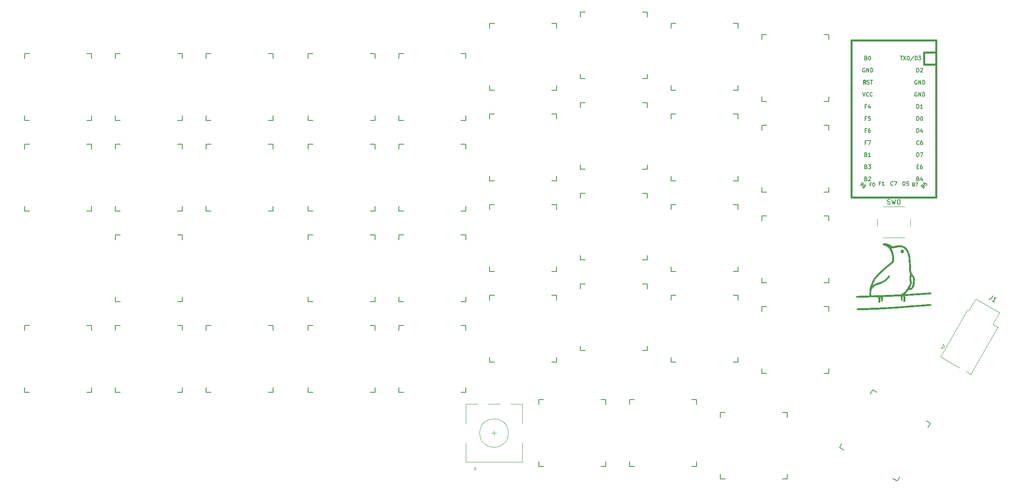
<source format=gbr>
%TF.GenerationSoftware,KiCad,Pcbnew,(5.1.9-0-10_14)*%
%TF.CreationDate,2021-04-25T18:42:27-05:00*%
%TF.ProjectId,wren-nav,7772656e-2d6e-4617-962e-6b696361645f,rev?*%
%TF.SameCoordinates,Original*%
%TF.FileFunction,Legend,Top*%
%TF.FilePolarity,Positive*%
%FSLAX46Y46*%
G04 Gerber Fmt 4.6, Leading zero omitted, Abs format (unit mm)*
G04 Created by KiCad (PCBNEW (5.1.9-0-10_14)) date 2021-04-25 18:42:27*
%MOMM*%
%LPD*%
G01*
G04 APERTURE LIST*
%ADD10C,0.010000*%
%ADD11C,0.381000*%
%ADD12C,0.150000*%
%ADD13C,0.120000*%
G04 APERTURE END LIST*
D10*
%TO.C,G\u002A\u002A\u002A*%
G36*
X243120703Y-70714347D02*
G01*
X243179873Y-70733749D01*
X243305406Y-70824822D01*
X243372759Y-70954498D01*
X243380886Y-71099163D01*
X243328744Y-71235208D01*
X243215287Y-71339022D01*
X243206845Y-71343536D01*
X243103152Y-71391649D01*
X243029931Y-71398916D01*
X242944143Y-71366487D01*
X242913834Y-71351374D01*
X242790795Y-71253094D01*
X242730932Y-71128654D01*
X242726859Y-70995206D01*
X242771187Y-70869900D01*
X242856529Y-70769888D01*
X242975497Y-70712320D01*
X243120703Y-70714347D01*
G37*
X243120703Y-70714347D02*
X243179873Y-70733749D01*
X243305406Y-70824822D01*
X243372759Y-70954498D01*
X243380886Y-71099163D01*
X243328744Y-71235208D01*
X243215287Y-71339022D01*
X243206845Y-71343536D01*
X243103152Y-71391649D01*
X243029931Y-71398916D01*
X242944143Y-71366487D01*
X242913834Y-71351374D01*
X242790795Y-71253094D01*
X242730932Y-71128654D01*
X242726859Y-70995206D01*
X242771187Y-70869900D01*
X242856529Y-70769888D01*
X242975497Y-70712320D01*
X243120703Y-70714347D01*
G36*
X239481311Y-69379606D02*
G01*
X239538174Y-69382175D01*
X239679855Y-69390166D01*
X239794314Y-69402675D01*
X239899282Y-69425624D01*
X240012486Y-69464939D01*
X240151656Y-69526542D01*
X240334522Y-69616357D01*
X240519175Y-69709951D01*
X241128268Y-70019946D01*
X241625129Y-69906646D01*
X242064847Y-69824023D01*
X242450283Y-69792887D01*
X242796121Y-69815616D01*
X243117047Y-69894586D01*
X243427746Y-70032176D01*
X243742904Y-70230762D01*
X243776317Y-70254859D01*
X243995294Y-70460457D01*
X244197308Y-70742895D01*
X244378681Y-71095394D01*
X244535730Y-71511175D01*
X244624033Y-71816049D01*
X244684380Y-72105211D01*
X244737010Y-72474770D01*
X244781552Y-72920779D01*
X244817634Y-73439286D01*
X244844886Y-74026344D01*
X244852114Y-74242183D01*
X244862755Y-74581306D01*
X244872378Y-74847400D01*
X244882197Y-75052077D01*
X244893429Y-75206945D01*
X244907288Y-75323614D01*
X244924990Y-75413694D01*
X244947750Y-75488794D01*
X244976782Y-75560525D01*
X244994131Y-75598974D01*
X245082426Y-75758656D01*
X245202215Y-75934726D01*
X245304652Y-76062212D01*
X245468910Y-76263557D01*
X245578877Y-76446970D01*
X245644004Y-76638692D01*
X245673745Y-76864965D01*
X245678309Y-77099583D01*
X245656645Y-77473817D01*
X245602311Y-77844976D01*
X245520031Y-78193612D01*
X245414527Y-78500281D01*
X245290521Y-78745535D01*
X245271511Y-78774513D01*
X245136004Y-78940875D01*
X244992253Y-79037445D01*
X244814538Y-79077273D01*
X244671331Y-79079020D01*
X244404313Y-79068791D01*
X244103785Y-79445144D01*
X243968790Y-79609430D01*
X243838566Y-79759614D01*
X243730091Y-79876549D01*
X243672380Y-79931624D01*
X243541503Y-80041750D01*
X243745835Y-80041677D01*
X243851409Y-80038720D01*
X244032206Y-80030285D01*
X244279000Y-80016958D01*
X244582564Y-79999325D01*
X244933674Y-79977970D01*
X245323102Y-79953480D01*
X245741622Y-79926440D01*
X246180008Y-79897435D01*
X246629034Y-79867050D01*
X247079475Y-79835872D01*
X247522103Y-79804486D01*
X247793987Y-79784782D01*
X248108724Y-79762704D01*
X248397562Y-79744239D01*
X248649270Y-79729963D01*
X248852618Y-79720450D01*
X248996374Y-79716276D01*
X249069308Y-79718017D01*
X249074571Y-79719186D01*
X249120581Y-79775162D01*
X249134755Y-79867476D01*
X249114643Y-79953068D01*
X249089447Y-79980857D01*
X249035857Y-79991156D01*
X248905514Y-80006055D01*
X248706172Y-80024971D01*
X248445586Y-80047321D01*
X248131510Y-80072522D01*
X247771699Y-80099991D01*
X247373908Y-80129145D01*
X246945890Y-80159401D01*
X246495400Y-80190176D01*
X246030193Y-80220887D01*
X245558024Y-80250952D01*
X245220166Y-80271745D01*
X244905972Y-80291088D01*
X244604102Y-80310227D01*
X244329724Y-80328157D01*
X244098004Y-80343875D01*
X243924111Y-80356376D01*
X243839966Y-80363108D01*
X243560433Y-80387760D01*
X243622280Y-80564005D01*
X243656002Y-80715754D01*
X243675678Y-80918183D01*
X243680591Y-81138363D01*
X243670024Y-81343365D01*
X243643263Y-81500257D01*
X243642684Y-81502250D01*
X243599560Y-81594443D01*
X243525369Y-81627167D01*
X243481454Y-81629250D01*
X243357500Y-81629250D01*
X243357284Y-81163583D01*
X243346629Y-80866224D01*
X243315735Y-80636944D01*
X243265753Y-80479768D01*
X243197835Y-80398717D01*
X243136048Y-80390256D01*
X243080302Y-80431488D01*
X243076232Y-80467597D01*
X243085958Y-80536909D01*
X243098166Y-80665671D01*
X243110543Y-80828805D01*
X243113087Y-80867250D01*
X243121656Y-81043040D01*
X243117536Y-81158095D01*
X243097284Y-81235838D01*
X243057458Y-81299694D01*
X243047757Y-81311750D01*
X242976787Y-81381306D01*
X242916989Y-81387180D01*
X242883902Y-81370673D01*
X242843504Y-81330520D01*
X242818709Y-81258148D01*
X242805396Y-81134770D01*
X242800302Y-80989673D01*
X242791044Y-80812236D01*
X242772961Y-80653007D01*
X242749738Y-80543190D01*
X242746543Y-80534195D01*
X242699648Y-80412807D01*
X242308907Y-80440006D01*
X242196451Y-80446763D01*
X242016103Y-80456301D01*
X241779844Y-80468082D01*
X241499651Y-80481569D01*
X241187505Y-80496223D01*
X240855385Y-80511505D01*
X240515271Y-80526879D01*
X240179142Y-80541806D01*
X239858976Y-80555747D01*
X239566755Y-80568165D01*
X239314456Y-80578522D01*
X239114060Y-80586280D01*
X238977546Y-80590901D01*
X238925243Y-80591983D01*
X238881841Y-80599471D01*
X238876817Y-80636461D01*
X238908902Y-80725007D01*
X238916523Y-80743350D01*
X238953983Y-80881777D01*
X238970410Y-81048856D01*
X238966988Y-81219594D01*
X238944903Y-81369002D01*
X238905340Y-81472087D01*
X238880750Y-81497614D01*
X238787371Y-81528941D01*
X238720888Y-81486280D01*
X238679612Y-81367046D01*
X238661851Y-81168651D01*
X238661684Y-81162285D01*
X238638231Y-80913164D01*
X238583181Y-80732327D01*
X238498496Y-80624024D01*
X238398883Y-80592083D01*
X238322696Y-80602895D01*
X238313564Y-80645501D01*
X238321255Y-80666166D01*
X238401690Y-80910287D01*
X238444145Y-81163580D01*
X238447811Y-81403761D01*
X238411880Y-81608547D01*
X238359675Y-81723659D01*
X238296375Y-81801583D01*
X238236235Y-81811523D01*
X238172677Y-81778937D01*
X238141125Y-81736873D01*
X238121422Y-81649466D01*
X238111480Y-81502472D01*
X238109177Y-81345668D01*
X238100936Y-81098858D01*
X238076092Y-80917675D01*
X238035130Y-80790502D01*
X237962094Y-80629089D01*
X236553463Y-80663502D01*
X236164252Y-80672304D01*
X235756210Y-80680274D01*
X235349128Y-80687113D01*
X234962797Y-80692522D01*
X234617008Y-80696203D01*
X234331551Y-80697855D01*
X234277000Y-80697916D01*
X233409166Y-80697916D01*
X233395748Y-80581259D01*
X233404409Y-80483618D01*
X233439234Y-80442765D01*
X233494176Y-80436488D01*
X233623156Y-80428961D01*
X233815562Y-80420583D01*
X234060780Y-80411752D01*
X234348198Y-80402864D01*
X234667205Y-80394319D01*
X234844413Y-80390089D01*
X236192687Y-80359250D01*
X236185076Y-79884775D01*
X236187302Y-79838861D01*
X236493639Y-79838861D01*
X236503244Y-80058633D01*
X236530525Y-80350684D01*
X237446345Y-80322671D01*
X237754407Y-80312910D01*
X238121914Y-80300719D01*
X238523709Y-80286967D01*
X238934636Y-80272521D01*
X239329537Y-80258250D01*
X239547500Y-80250163D01*
X239935952Y-80234990D01*
X240369322Y-80217067D01*
X240818745Y-80197653D01*
X241255362Y-80178006D01*
X241650309Y-80159387D01*
X241819241Y-80151051D01*
X242151305Y-80134077D01*
X242410226Y-80119601D01*
X242607431Y-80106122D01*
X242754352Y-80092139D01*
X242862414Y-80076153D01*
X242943049Y-80056661D01*
X243007684Y-80032164D01*
X243067749Y-80001161D01*
X243099266Y-79982969D01*
X243327416Y-79818504D01*
X243572186Y-79586933D01*
X243822304Y-79301087D01*
X244066499Y-78973800D01*
X244204014Y-78758998D01*
X244606333Y-78758998D01*
X244643510Y-78767426D01*
X244735447Y-78765640D01*
X244760877Y-78763722D01*
X244912523Y-78719413D01*
X244993564Y-78644750D01*
X245087557Y-78476434D01*
X245173379Y-78247132D01*
X245247839Y-77976125D01*
X245307747Y-77682693D01*
X245349913Y-77386118D01*
X245371147Y-77105679D01*
X245368257Y-76860658D01*
X245338055Y-76670334D01*
X245326197Y-76634435D01*
X245279699Y-76544844D01*
X245205718Y-76433172D01*
X245121478Y-76321912D01*
X245044204Y-76233555D01*
X244991120Y-76190593D01*
X244985394Y-76189416D01*
X244965213Y-76227974D01*
X244939395Y-76329903D01*
X244912991Y-76474585D01*
X244908848Y-76501683D01*
X244886173Y-76693275D01*
X244886246Y-76840675D01*
X244910262Y-76981567D01*
X244925970Y-77041433D01*
X244987180Y-77293458D01*
X245014241Y-77510328D01*
X245004562Y-77714462D01*
X244955554Y-77928278D01*
X244864629Y-78174197D01*
X244770687Y-78386026D01*
X244698874Y-78542995D01*
X244642976Y-78668614D01*
X244610933Y-78744868D01*
X244606333Y-78758998D01*
X244204014Y-78758998D01*
X244283828Y-78634327D01*
X244461272Y-78318028D01*
X244586730Y-78051592D01*
X244663526Y-77820779D01*
X244694989Y-77611353D01*
X244684443Y-77409073D01*
X244635216Y-77199703D01*
X244625851Y-77170313D01*
X244576087Y-76902129D01*
X244582238Y-76579225D01*
X244643964Y-76210150D01*
X244668152Y-76111235D01*
X244702487Y-75967932D01*
X244714315Y-75862595D01*
X244702175Y-75759916D01*
X244664608Y-75624588D01*
X244645522Y-75564045D01*
X244617916Y-75469060D01*
X244595645Y-75368647D01*
X244577722Y-75251089D01*
X244563157Y-75104668D01*
X244550961Y-74917667D01*
X244540145Y-74678367D01*
X244529720Y-74375053D01*
X244521433Y-74093916D01*
X244503885Y-73587549D01*
X244481149Y-73153147D01*
X244451797Y-72778089D01*
X244414396Y-72449758D01*
X244367519Y-72155533D01*
X244309734Y-71882796D01*
X244241827Y-71626556D01*
X244097800Y-71219197D01*
X243920124Y-70883950D01*
X243702604Y-70612835D01*
X243439048Y-70397872D01*
X243176872Y-70254552D01*
X242937589Y-70163404D01*
X242698377Y-70112054D01*
X242441370Y-70100006D01*
X242148703Y-70126766D01*
X241802509Y-70191838D01*
X241706500Y-70213800D01*
X241478257Y-70265660D01*
X241257723Y-70312556D01*
X241069292Y-70349498D01*
X240937359Y-70371497D01*
X240932279Y-70372167D01*
X240810568Y-70392541D01*
X240734648Y-70414320D01*
X240720855Y-70427171D01*
X240745747Y-70475803D01*
X240797985Y-70576124D01*
X240855592Y-70686083D01*
X241013051Y-71037501D01*
X241139821Y-71424794D01*
X241232749Y-71828658D01*
X241288679Y-72229790D01*
X241304457Y-72608888D01*
X241276928Y-72946648D01*
X241247892Y-73086549D01*
X241189192Y-73245778D01*
X241106278Y-73395981D01*
X241067976Y-73446841D01*
X241022149Y-73498449D01*
X240973151Y-73549221D01*
X240912361Y-73606443D01*
X240831153Y-73677404D01*
X240720905Y-73769389D01*
X240572993Y-73889687D01*
X240378794Y-74045585D01*
X240129684Y-74244370D01*
X240034333Y-74320324D01*
X239777187Y-74532274D01*
X239485060Y-74785020D01*
X239173878Y-75063792D01*
X238859568Y-75353820D01*
X238558060Y-75640333D01*
X238285279Y-75908562D01*
X238057154Y-76143735D01*
X237991625Y-76214605D01*
X237600109Y-76682595D01*
X237277246Y-77154708D01*
X237008913Y-77652870D01*
X236884340Y-77934081D01*
X236818326Y-78095737D01*
X236766786Y-78226103D01*
X236736918Y-78306758D01*
X236732333Y-78323156D01*
X236763218Y-78309747D01*
X236845529Y-78255033D01*
X236963746Y-78169545D01*
X237011432Y-78133773D01*
X237291950Y-77937812D01*
X237548308Y-77797579D01*
X237806422Y-77700535D01*
X238012474Y-77649424D01*
X238466460Y-77518443D01*
X238908211Y-77318932D01*
X239322009Y-77061275D01*
X239692133Y-76755856D01*
X240002866Y-76413062D01*
X240109464Y-76264100D01*
X240213635Y-76144730D01*
X240312286Y-76108343D01*
X240403633Y-76155477D01*
X240418028Y-76171496D01*
X240442439Y-76245679D01*
X240412776Y-76350175D01*
X240325818Y-76490005D01*
X240178348Y-76670190D01*
X239967145Y-76895751D01*
X239928500Y-76935094D01*
X239573644Y-77258096D01*
X239203175Y-77518702D01*
X238799727Y-77726289D01*
X238345937Y-77890235D01*
X237983612Y-77985297D01*
X237739631Y-78068582D01*
X237476665Y-78204081D01*
X237214509Y-78377161D01*
X236972955Y-78573188D01*
X236771798Y-78777527D01*
X236630832Y-78975543D01*
X236622108Y-78991908D01*
X236569796Y-79140366D01*
X236529074Y-79347820D01*
X236502752Y-79589057D01*
X236493639Y-79838861D01*
X236187302Y-79838861D01*
X236216593Y-79234752D01*
X236331291Y-78594308D01*
X236527927Y-77966601D01*
X236805259Y-77354789D01*
X237162044Y-76762031D01*
X237597040Y-76191486D01*
X237671818Y-76104750D01*
X237914414Y-75841082D01*
X238210011Y-75541149D01*
X238543420Y-75218875D01*
X238899454Y-74888184D01*
X239262925Y-74562999D01*
X239618646Y-74257244D01*
X239951430Y-73984843D01*
X240161333Y-73822413D01*
X240434067Y-73611170D01*
X240641093Y-73435524D01*
X240789882Y-73288496D01*
X240887908Y-73163105D01*
X240913099Y-73120250D01*
X240952723Y-72991662D01*
X240975822Y-72799694D01*
X240982734Y-72563940D01*
X240973795Y-72303990D01*
X240949342Y-72039436D01*
X240909710Y-71789870D01*
X240888606Y-71694177D01*
X240745569Y-71211541D01*
X240567411Y-70803010D01*
X240350376Y-70464047D01*
X240090710Y-70190114D01*
X239784661Y-69976676D01*
X239428473Y-69819194D01*
X239305097Y-69780396D01*
X239122240Y-69711055D01*
X239017654Y-69632303D01*
X238993380Y-69546988D01*
X239051459Y-69457959D01*
X239065497Y-69445992D01*
X239126599Y-69406174D01*
X239201971Y-69383768D01*
X239313059Y-69375877D01*
X239481311Y-69379606D01*
G37*
X239481311Y-69379606D02*
X239538174Y-69382175D01*
X239679855Y-69390166D01*
X239794314Y-69402675D01*
X239899282Y-69425624D01*
X240012486Y-69464939D01*
X240151656Y-69526542D01*
X240334522Y-69616357D01*
X240519175Y-69709951D01*
X241128268Y-70019946D01*
X241625129Y-69906646D01*
X242064847Y-69824023D01*
X242450283Y-69792887D01*
X242796121Y-69815616D01*
X243117047Y-69894586D01*
X243427746Y-70032176D01*
X243742904Y-70230762D01*
X243776317Y-70254859D01*
X243995294Y-70460457D01*
X244197308Y-70742895D01*
X244378681Y-71095394D01*
X244535730Y-71511175D01*
X244624033Y-71816049D01*
X244684380Y-72105211D01*
X244737010Y-72474770D01*
X244781552Y-72920779D01*
X244817634Y-73439286D01*
X244844886Y-74026344D01*
X244852114Y-74242183D01*
X244862755Y-74581306D01*
X244872378Y-74847400D01*
X244882197Y-75052077D01*
X244893429Y-75206945D01*
X244907288Y-75323614D01*
X244924990Y-75413694D01*
X244947750Y-75488794D01*
X244976782Y-75560525D01*
X244994131Y-75598974D01*
X245082426Y-75758656D01*
X245202215Y-75934726D01*
X245304652Y-76062212D01*
X245468910Y-76263557D01*
X245578877Y-76446970D01*
X245644004Y-76638692D01*
X245673745Y-76864965D01*
X245678309Y-77099583D01*
X245656645Y-77473817D01*
X245602311Y-77844976D01*
X245520031Y-78193612D01*
X245414527Y-78500281D01*
X245290521Y-78745535D01*
X245271511Y-78774513D01*
X245136004Y-78940875D01*
X244992253Y-79037445D01*
X244814538Y-79077273D01*
X244671331Y-79079020D01*
X244404313Y-79068791D01*
X244103785Y-79445144D01*
X243968790Y-79609430D01*
X243838566Y-79759614D01*
X243730091Y-79876549D01*
X243672380Y-79931624D01*
X243541503Y-80041750D01*
X243745835Y-80041677D01*
X243851409Y-80038720D01*
X244032206Y-80030285D01*
X244279000Y-80016958D01*
X244582564Y-79999325D01*
X244933674Y-79977970D01*
X245323102Y-79953480D01*
X245741622Y-79926440D01*
X246180008Y-79897435D01*
X246629034Y-79867050D01*
X247079475Y-79835872D01*
X247522103Y-79804486D01*
X247793987Y-79784782D01*
X248108724Y-79762704D01*
X248397562Y-79744239D01*
X248649270Y-79729963D01*
X248852618Y-79720450D01*
X248996374Y-79716276D01*
X249069308Y-79718017D01*
X249074571Y-79719186D01*
X249120581Y-79775162D01*
X249134755Y-79867476D01*
X249114643Y-79953068D01*
X249089447Y-79980857D01*
X249035857Y-79991156D01*
X248905514Y-80006055D01*
X248706172Y-80024971D01*
X248445586Y-80047321D01*
X248131510Y-80072522D01*
X247771699Y-80099991D01*
X247373908Y-80129145D01*
X246945890Y-80159401D01*
X246495400Y-80190176D01*
X246030193Y-80220887D01*
X245558024Y-80250952D01*
X245220166Y-80271745D01*
X244905972Y-80291088D01*
X244604102Y-80310227D01*
X244329724Y-80328157D01*
X244098004Y-80343875D01*
X243924111Y-80356376D01*
X243839966Y-80363108D01*
X243560433Y-80387760D01*
X243622280Y-80564005D01*
X243656002Y-80715754D01*
X243675678Y-80918183D01*
X243680591Y-81138363D01*
X243670024Y-81343365D01*
X243643263Y-81500257D01*
X243642684Y-81502250D01*
X243599560Y-81594443D01*
X243525369Y-81627167D01*
X243481454Y-81629250D01*
X243357500Y-81629250D01*
X243357284Y-81163583D01*
X243346629Y-80866224D01*
X243315735Y-80636944D01*
X243265753Y-80479768D01*
X243197835Y-80398717D01*
X243136048Y-80390256D01*
X243080302Y-80431488D01*
X243076232Y-80467597D01*
X243085958Y-80536909D01*
X243098166Y-80665671D01*
X243110543Y-80828805D01*
X243113087Y-80867250D01*
X243121656Y-81043040D01*
X243117536Y-81158095D01*
X243097284Y-81235838D01*
X243057458Y-81299694D01*
X243047757Y-81311750D01*
X242976787Y-81381306D01*
X242916989Y-81387180D01*
X242883902Y-81370673D01*
X242843504Y-81330520D01*
X242818709Y-81258148D01*
X242805396Y-81134770D01*
X242800302Y-80989673D01*
X242791044Y-80812236D01*
X242772961Y-80653007D01*
X242749738Y-80543190D01*
X242746543Y-80534195D01*
X242699648Y-80412807D01*
X242308907Y-80440006D01*
X242196451Y-80446763D01*
X242016103Y-80456301D01*
X241779844Y-80468082D01*
X241499651Y-80481569D01*
X241187505Y-80496223D01*
X240855385Y-80511505D01*
X240515271Y-80526879D01*
X240179142Y-80541806D01*
X239858976Y-80555747D01*
X239566755Y-80568165D01*
X239314456Y-80578522D01*
X239114060Y-80586280D01*
X238977546Y-80590901D01*
X238925243Y-80591983D01*
X238881841Y-80599471D01*
X238876817Y-80636461D01*
X238908902Y-80725007D01*
X238916523Y-80743350D01*
X238953983Y-80881777D01*
X238970410Y-81048856D01*
X238966988Y-81219594D01*
X238944903Y-81369002D01*
X238905340Y-81472087D01*
X238880750Y-81497614D01*
X238787371Y-81528941D01*
X238720888Y-81486280D01*
X238679612Y-81367046D01*
X238661851Y-81168651D01*
X238661684Y-81162285D01*
X238638231Y-80913164D01*
X238583181Y-80732327D01*
X238498496Y-80624024D01*
X238398883Y-80592083D01*
X238322696Y-80602895D01*
X238313564Y-80645501D01*
X238321255Y-80666166D01*
X238401690Y-80910287D01*
X238444145Y-81163580D01*
X238447811Y-81403761D01*
X238411880Y-81608547D01*
X238359675Y-81723659D01*
X238296375Y-81801583D01*
X238236235Y-81811523D01*
X238172677Y-81778937D01*
X238141125Y-81736873D01*
X238121422Y-81649466D01*
X238111480Y-81502472D01*
X238109177Y-81345668D01*
X238100936Y-81098858D01*
X238076092Y-80917675D01*
X238035130Y-80790502D01*
X237962094Y-80629089D01*
X236553463Y-80663502D01*
X236164252Y-80672304D01*
X235756210Y-80680274D01*
X235349128Y-80687113D01*
X234962797Y-80692522D01*
X234617008Y-80696203D01*
X234331551Y-80697855D01*
X234277000Y-80697916D01*
X233409166Y-80697916D01*
X233395748Y-80581259D01*
X233404409Y-80483618D01*
X233439234Y-80442765D01*
X233494176Y-80436488D01*
X233623156Y-80428961D01*
X233815562Y-80420583D01*
X234060780Y-80411752D01*
X234348198Y-80402864D01*
X234667205Y-80394319D01*
X234844413Y-80390089D01*
X236192687Y-80359250D01*
X236185076Y-79884775D01*
X236187302Y-79838861D01*
X236493639Y-79838861D01*
X236503244Y-80058633D01*
X236530525Y-80350684D01*
X237446345Y-80322671D01*
X237754407Y-80312910D01*
X238121914Y-80300719D01*
X238523709Y-80286967D01*
X238934636Y-80272521D01*
X239329537Y-80258250D01*
X239547500Y-80250163D01*
X239935952Y-80234990D01*
X240369322Y-80217067D01*
X240818745Y-80197653D01*
X241255362Y-80178006D01*
X241650309Y-80159387D01*
X241819241Y-80151051D01*
X242151305Y-80134077D01*
X242410226Y-80119601D01*
X242607431Y-80106122D01*
X242754352Y-80092139D01*
X242862414Y-80076153D01*
X242943049Y-80056661D01*
X243007684Y-80032164D01*
X243067749Y-80001161D01*
X243099266Y-79982969D01*
X243327416Y-79818504D01*
X243572186Y-79586933D01*
X243822304Y-79301087D01*
X244066499Y-78973800D01*
X244204014Y-78758998D01*
X244606333Y-78758998D01*
X244643510Y-78767426D01*
X244735447Y-78765640D01*
X244760877Y-78763722D01*
X244912523Y-78719413D01*
X244993564Y-78644750D01*
X245087557Y-78476434D01*
X245173379Y-78247132D01*
X245247839Y-77976125D01*
X245307747Y-77682693D01*
X245349913Y-77386118D01*
X245371147Y-77105679D01*
X245368257Y-76860658D01*
X245338055Y-76670334D01*
X245326197Y-76634435D01*
X245279699Y-76544844D01*
X245205718Y-76433172D01*
X245121478Y-76321912D01*
X245044204Y-76233555D01*
X244991120Y-76190593D01*
X244985394Y-76189416D01*
X244965213Y-76227974D01*
X244939395Y-76329903D01*
X244912991Y-76474585D01*
X244908848Y-76501683D01*
X244886173Y-76693275D01*
X244886246Y-76840675D01*
X244910262Y-76981567D01*
X244925970Y-77041433D01*
X244987180Y-77293458D01*
X245014241Y-77510328D01*
X245004562Y-77714462D01*
X244955554Y-77928278D01*
X244864629Y-78174197D01*
X244770687Y-78386026D01*
X244698874Y-78542995D01*
X244642976Y-78668614D01*
X244610933Y-78744868D01*
X244606333Y-78758998D01*
X244204014Y-78758998D01*
X244283828Y-78634327D01*
X244461272Y-78318028D01*
X244586730Y-78051592D01*
X244663526Y-77820779D01*
X244694989Y-77611353D01*
X244684443Y-77409073D01*
X244635216Y-77199703D01*
X244625851Y-77170313D01*
X244576087Y-76902129D01*
X244582238Y-76579225D01*
X244643964Y-76210150D01*
X244668152Y-76111235D01*
X244702487Y-75967932D01*
X244714315Y-75862595D01*
X244702175Y-75759916D01*
X244664608Y-75624588D01*
X244645522Y-75564045D01*
X244617916Y-75469060D01*
X244595645Y-75368647D01*
X244577722Y-75251089D01*
X244563157Y-75104668D01*
X244550961Y-74917667D01*
X244540145Y-74678367D01*
X244529720Y-74375053D01*
X244521433Y-74093916D01*
X244503885Y-73587549D01*
X244481149Y-73153147D01*
X244451797Y-72778089D01*
X244414396Y-72449758D01*
X244367519Y-72155533D01*
X244309734Y-71882796D01*
X244241827Y-71626556D01*
X244097800Y-71219197D01*
X243920124Y-70883950D01*
X243702604Y-70612835D01*
X243439048Y-70397872D01*
X243176872Y-70254552D01*
X242937589Y-70163404D01*
X242698377Y-70112054D01*
X242441370Y-70100006D01*
X242148703Y-70126766D01*
X241802509Y-70191838D01*
X241706500Y-70213800D01*
X241478257Y-70265660D01*
X241257723Y-70312556D01*
X241069292Y-70349498D01*
X240937359Y-70371497D01*
X240932279Y-70372167D01*
X240810568Y-70392541D01*
X240734648Y-70414320D01*
X240720855Y-70427171D01*
X240745747Y-70475803D01*
X240797985Y-70576124D01*
X240855592Y-70686083D01*
X241013051Y-71037501D01*
X241139821Y-71424794D01*
X241232749Y-71828658D01*
X241288679Y-72229790D01*
X241304457Y-72608888D01*
X241276928Y-72946648D01*
X241247892Y-73086549D01*
X241189192Y-73245778D01*
X241106278Y-73395981D01*
X241067976Y-73446841D01*
X241022149Y-73498449D01*
X240973151Y-73549221D01*
X240912361Y-73606443D01*
X240831153Y-73677404D01*
X240720905Y-73769389D01*
X240572993Y-73889687D01*
X240378794Y-74045585D01*
X240129684Y-74244370D01*
X240034333Y-74320324D01*
X239777187Y-74532274D01*
X239485060Y-74785020D01*
X239173878Y-75063792D01*
X238859568Y-75353820D01*
X238558060Y-75640333D01*
X238285279Y-75908562D01*
X238057154Y-76143735D01*
X237991625Y-76214605D01*
X237600109Y-76682595D01*
X237277246Y-77154708D01*
X237008913Y-77652870D01*
X236884340Y-77934081D01*
X236818326Y-78095737D01*
X236766786Y-78226103D01*
X236736918Y-78306758D01*
X236732333Y-78323156D01*
X236763218Y-78309747D01*
X236845529Y-78255033D01*
X236963746Y-78169545D01*
X237011432Y-78133773D01*
X237291950Y-77937812D01*
X237548308Y-77797579D01*
X237806422Y-77700535D01*
X238012474Y-77649424D01*
X238466460Y-77518443D01*
X238908211Y-77318932D01*
X239322009Y-77061275D01*
X239692133Y-76755856D01*
X240002866Y-76413062D01*
X240109464Y-76264100D01*
X240213635Y-76144730D01*
X240312286Y-76108343D01*
X240403633Y-76155477D01*
X240418028Y-76171496D01*
X240442439Y-76245679D01*
X240412776Y-76350175D01*
X240325818Y-76490005D01*
X240178348Y-76670190D01*
X239967145Y-76895751D01*
X239928500Y-76935094D01*
X239573644Y-77258096D01*
X239203175Y-77518702D01*
X238799727Y-77726289D01*
X238345937Y-77890235D01*
X237983612Y-77985297D01*
X237739631Y-78068582D01*
X237476665Y-78204081D01*
X237214509Y-78377161D01*
X236972955Y-78573188D01*
X236771798Y-78777527D01*
X236630832Y-78975543D01*
X236622108Y-78991908D01*
X236569796Y-79140366D01*
X236529074Y-79347820D01*
X236502752Y-79589057D01*
X236493639Y-79838861D01*
X236187302Y-79838861D01*
X236216593Y-79234752D01*
X236331291Y-78594308D01*
X236527927Y-77966601D01*
X236805259Y-77354789D01*
X237162044Y-76762031D01*
X237597040Y-76191486D01*
X237671818Y-76104750D01*
X237914414Y-75841082D01*
X238210011Y-75541149D01*
X238543420Y-75218875D01*
X238899454Y-74888184D01*
X239262925Y-74562999D01*
X239618646Y-74257244D01*
X239951430Y-73984843D01*
X240161333Y-73822413D01*
X240434067Y-73611170D01*
X240641093Y-73435524D01*
X240789882Y-73288496D01*
X240887908Y-73163105D01*
X240913099Y-73120250D01*
X240952723Y-72991662D01*
X240975822Y-72799694D01*
X240982734Y-72563940D01*
X240973795Y-72303990D01*
X240949342Y-72039436D01*
X240909710Y-71789870D01*
X240888606Y-71694177D01*
X240745569Y-71211541D01*
X240567411Y-70803010D01*
X240350376Y-70464047D01*
X240090710Y-70190114D01*
X239784661Y-69976676D01*
X239428473Y-69819194D01*
X239305097Y-69780396D01*
X239122240Y-69711055D01*
X239017654Y-69632303D01*
X238993380Y-69546988D01*
X239051459Y-69457959D01*
X239065497Y-69445992D01*
X239126599Y-69406174D01*
X239201971Y-69383768D01*
X239313059Y-69375877D01*
X239481311Y-69379606D01*
G36*
X249073945Y-82143662D02*
G01*
X249128437Y-82201470D01*
X249133027Y-82289813D01*
X249091993Y-82374168D01*
X249040750Y-82411413D01*
X248981613Y-82421827D01*
X248844687Y-82437766D01*
X248636629Y-82458704D01*
X248364100Y-82484117D01*
X248033759Y-82513479D01*
X247652267Y-82546266D01*
X247226281Y-82581951D01*
X246762463Y-82620009D01*
X246267472Y-82659916D01*
X245747967Y-82701145D01*
X245210608Y-82743172D01*
X244662055Y-82785472D01*
X244108967Y-82827519D01*
X243558004Y-82868787D01*
X243015826Y-82908752D01*
X242489091Y-82946889D01*
X241984461Y-82982671D01*
X241508594Y-83015575D01*
X241068150Y-83045073D01*
X240732833Y-83066685D01*
X240344150Y-83090053D01*
X239904165Y-83114504D01*
X239422796Y-83139627D01*
X238909960Y-83165009D01*
X238375574Y-83190238D01*
X237829554Y-83214899D01*
X237281818Y-83238582D01*
X236742282Y-83260874D01*
X236220863Y-83281361D01*
X235727479Y-83299631D01*
X235272047Y-83315271D01*
X234864482Y-83327870D01*
X234514703Y-83337013D01*
X234232626Y-83342289D01*
X234081100Y-83343460D01*
X233857049Y-83340697D01*
X233704462Y-83331074D01*
X233610302Y-83313079D01*
X233561534Y-83285201D01*
X233559579Y-83282956D01*
X233529455Y-83195699D01*
X233567369Y-83114400D01*
X233657911Y-83059333D01*
X233738739Y-83047208D01*
X233904132Y-83045037D01*
X234144890Y-83039156D01*
X234451812Y-83029945D01*
X234815695Y-83017785D01*
X235227336Y-83003055D01*
X235677534Y-82986135D01*
X236157086Y-82967406D01*
X236656790Y-82947246D01*
X237167444Y-82926036D01*
X237679845Y-82904156D01*
X238184790Y-82881986D01*
X238673079Y-82859906D01*
X239135508Y-82838294D01*
X239562875Y-82817533D01*
X239945978Y-82798001D01*
X240275614Y-82780078D01*
X240436500Y-82770700D01*
X240803472Y-82747634D01*
X241245168Y-82718184D01*
X241751944Y-82683071D01*
X242314155Y-82643011D01*
X242922157Y-82598722D01*
X243566306Y-82550923D01*
X244236957Y-82500331D01*
X244924466Y-82447665D01*
X245619188Y-82393642D01*
X246311480Y-82338980D01*
X246991696Y-82284398D01*
X247243028Y-82263988D01*
X247622972Y-82233698D01*
X247977872Y-82206692D01*
X248298594Y-82183570D01*
X248576005Y-82164934D01*
X248800973Y-82151382D01*
X248964364Y-82143516D01*
X249057045Y-82141935D01*
X249073945Y-82143662D01*
G37*
X249073945Y-82143662D02*
X249128437Y-82201470D01*
X249133027Y-82289813D01*
X249091993Y-82374168D01*
X249040750Y-82411413D01*
X248981613Y-82421827D01*
X248844687Y-82437766D01*
X248636629Y-82458704D01*
X248364100Y-82484117D01*
X248033759Y-82513479D01*
X247652267Y-82546266D01*
X247226281Y-82581951D01*
X246762463Y-82620009D01*
X246267472Y-82659916D01*
X245747967Y-82701145D01*
X245210608Y-82743172D01*
X244662055Y-82785472D01*
X244108967Y-82827519D01*
X243558004Y-82868787D01*
X243015826Y-82908752D01*
X242489091Y-82946889D01*
X241984461Y-82982671D01*
X241508594Y-83015575D01*
X241068150Y-83045073D01*
X240732833Y-83066685D01*
X240344150Y-83090053D01*
X239904165Y-83114504D01*
X239422796Y-83139627D01*
X238909960Y-83165009D01*
X238375574Y-83190238D01*
X237829554Y-83214899D01*
X237281818Y-83238582D01*
X236742282Y-83260874D01*
X236220863Y-83281361D01*
X235727479Y-83299631D01*
X235272047Y-83315271D01*
X234864482Y-83327870D01*
X234514703Y-83337013D01*
X234232626Y-83342289D01*
X234081100Y-83343460D01*
X233857049Y-83340697D01*
X233704462Y-83331074D01*
X233610302Y-83313079D01*
X233561534Y-83285201D01*
X233559579Y-83282956D01*
X233529455Y-83195699D01*
X233567369Y-83114400D01*
X233657911Y-83059333D01*
X233738739Y-83047208D01*
X233904132Y-83045037D01*
X234144890Y-83039156D01*
X234451812Y-83029945D01*
X234815695Y-83017785D01*
X235227336Y-83003055D01*
X235677534Y-82986135D01*
X236157086Y-82967406D01*
X236656790Y-82947246D01*
X237167444Y-82926036D01*
X237679845Y-82904156D01*
X238184790Y-82881986D01*
X238673079Y-82859906D01*
X239135508Y-82838294D01*
X239562875Y-82817533D01*
X239945978Y-82798001D01*
X240275614Y-82780078D01*
X240436500Y-82770700D01*
X240803472Y-82747634D01*
X241245168Y-82718184D01*
X241751944Y-82683071D01*
X242314155Y-82643011D01*
X242922157Y-82598722D01*
X243566306Y-82550923D01*
X244236957Y-82500331D01*
X244924466Y-82447665D01*
X245619188Y-82393642D01*
X246311480Y-82338980D01*
X246991696Y-82284398D01*
X247243028Y-82263988D01*
X247622972Y-82233698D01*
X247977872Y-82206692D01*
X248298594Y-82183570D01*
X248576005Y-82164934D01*
X248800973Y-82151382D01*
X248964364Y-82143516D01*
X249057045Y-82141935D01*
X249073945Y-82143662D01*
D11*
%TO.C,U1*%
X247650000Y-29210000D02*
X250190000Y-29210000D01*
X232410000Y-26670000D02*
X250190000Y-26670000D01*
X250190000Y-26670000D02*
X250190000Y-59690000D01*
X250190000Y-59690000D02*
X232410000Y-59690000D01*
X232410000Y-59690000D02*
X232410000Y-26670000D01*
D12*
G36*
X235455365Y-35099030D02*
G01*
X235455365Y-35199030D01*
X234955365Y-35199030D01*
X234955365Y-35099030D01*
X235455365Y-35099030D01*
G37*
X235455365Y-35099030D02*
X235455365Y-35199030D01*
X234955365Y-35199030D01*
X234955365Y-35099030D01*
X235455365Y-35099030D01*
G36*
X235455365Y-35099030D02*
G01*
X235455365Y-35399030D01*
X235355365Y-35399030D01*
X235355365Y-35099030D01*
X235455365Y-35099030D01*
G37*
X235455365Y-35099030D02*
X235455365Y-35399030D01*
X235355365Y-35399030D01*
X235355365Y-35099030D01*
X235455365Y-35099030D01*
G36*
X235455365Y-35699030D02*
G01*
X235455365Y-35899030D01*
X235355365Y-35899030D01*
X235355365Y-35699030D01*
X235455365Y-35699030D01*
G37*
X235455365Y-35699030D02*
X235455365Y-35899030D01*
X235355365Y-35899030D01*
X235355365Y-35699030D01*
X235455365Y-35699030D01*
G36*
X235055365Y-35099030D02*
G01*
X235055365Y-35899030D01*
X234955365Y-35899030D01*
X234955365Y-35099030D01*
X235055365Y-35099030D01*
G37*
X235055365Y-35099030D02*
X235055365Y-35899030D01*
X234955365Y-35899030D01*
X234955365Y-35099030D01*
X235055365Y-35099030D01*
G36*
X235255365Y-35499030D02*
G01*
X235255365Y-35599030D01*
X235155365Y-35599030D01*
X235155365Y-35499030D01*
X235255365Y-35499030D01*
G37*
X235255365Y-35499030D02*
X235255365Y-35599030D01*
X235155365Y-35599030D01*
X235155365Y-35499030D01*
X235255365Y-35499030D01*
D11*
X247650000Y-29210000D02*
X247650000Y-31750000D01*
X247650000Y-31750000D02*
X250190000Y-31750000D01*
D12*
%TO.C,MX9*%
X58881250Y-30512500D02*
X58881250Y-29512500D01*
X58881250Y-43512500D02*
X58881250Y-42512500D01*
X72881250Y-29512500D02*
X72881250Y-30512500D01*
X71881250Y-29512500D02*
X72881250Y-29512500D01*
X72881250Y-43512500D02*
X71881250Y-43512500D01*
X72881250Y-42512500D02*
X72881250Y-43512500D01*
X59881250Y-43512500D02*
X58881250Y-43512500D01*
X58881250Y-29512500D02*
X59881250Y-29512500D01*
%TO.C,MX39*%
X58881250Y-87662500D02*
X58881250Y-86662500D01*
X58881250Y-100662500D02*
X58881250Y-99662500D01*
X72881250Y-86662500D02*
X72881250Y-87662500D01*
X71881250Y-86662500D02*
X72881250Y-86662500D01*
X72881250Y-100662500D02*
X71881250Y-100662500D01*
X72881250Y-99662500D02*
X72881250Y-100662500D01*
X59881250Y-100662500D02*
X58881250Y-100662500D01*
X58881250Y-86662500D02*
X59881250Y-86662500D01*
%TO.C,MX41*%
X229921822Y-112321928D02*
X230421822Y-111455902D01*
X242546178Y-118455902D02*
X242046178Y-119321928D01*
X248180152Y-106697572D02*
X249046178Y-107197572D01*
X249046178Y-107197572D02*
X248546178Y-108063598D01*
X236421822Y-101063598D02*
X236921822Y-100197572D01*
X236921822Y-100197572D02*
X237787848Y-100697572D01*
X242046178Y-119321928D02*
X241180152Y-118821928D01*
X230787848Y-112821928D02*
X229921822Y-112321928D01*
%TO.C,MX15*%
X137462500Y-48562500D02*
X138462500Y-48562500D01*
X138462500Y-62562500D02*
X137462500Y-62562500D01*
X151462500Y-61562500D02*
X151462500Y-62562500D01*
X151462500Y-62562500D02*
X150462500Y-62562500D01*
X150462500Y-48562500D02*
X151462500Y-48562500D01*
X151462500Y-48562500D02*
X151462500Y-49562500D01*
X137462500Y-62562500D02*
X137462500Y-61562500D01*
X137462500Y-49562500D02*
X137462500Y-48562500D01*
%TO.C,MX44*%
X166825000Y-102251750D02*
X167825000Y-102251750D01*
X167825000Y-116251750D02*
X166825000Y-116251750D01*
X180825000Y-115251750D02*
X180825000Y-116251750D01*
X180825000Y-116251750D02*
X179825000Y-116251750D01*
X179825000Y-102251750D02*
X180825000Y-102251750D01*
X180825000Y-102251750D02*
X180825000Y-103251750D01*
X166825000Y-116251750D02*
X166825000Y-115251750D01*
X166825000Y-103251750D02*
X166825000Y-102251750D01*
%TO.C,MX43*%
X185875000Y-102251750D02*
X186875000Y-102251750D01*
X186875000Y-116251750D02*
X185875000Y-116251750D01*
X199875000Y-115251750D02*
X199875000Y-116251750D01*
X199875000Y-116251750D02*
X198875000Y-116251750D01*
X198875000Y-102251750D02*
X199875000Y-102251750D01*
X199875000Y-102251750D02*
X199875000Y-103251750D01*
X185875000Y-116251750D02*
X185875000Y-115251750D01*
X185875000Y-103251750D02*
X185875000Y-102251750D01*
%TO.C,MX42*%
X204925000Y-104918750D02*
X205925000Y-104918750D01*
X205925000Y-118918750D02*
X204925000Y-118918750D01*
X218925000Y-117918750D02*
X218925000Y-118918750D01*
X218925000Y-118918750D02*
X217925000Y-118918750D01*
X217925000Y-104918750D02*
X218925000Y-104918750D01*
X218925000Y-104918750D02*
X218925000Y-105918750D01*
X204925000Y-118918750D02*
X204925000Y-117918750D01*
X204925000Y-105918750D02*
X204925000Y-104918750D01*
%TO.C,MX38*%
X77931250Y-86662500D02*
X78931250Y-86662500D01*
X78931250Y-100662500D02*
X77931250Y-100662500D01*
X91931250Y-99662500D02*
X91931250Y-100662500D01*
X91931250Y-100662500D02*
X90931250Y-100662500D01*
X90931250Y-86662500D02*
X91931250Y-86662500D01*
X91931250Y-86662500D02*
X91931250Y-87662500D01*
X77931250Y-100662500D02*
X77931250Y-99662500D01*
X77931250Y-87662500D02*
X77931250Y-86662500D01*
%TO.C,MX37*%
X96981250Y-86662500D02*
X97981250Y-86662500D01*
X97981250Y-100662500D02*
X96981250Y-100662500D01*
X110981250Y-99662500D02*
X110981250Y-100662500D01*
X110981250Y-100662500D02*
X109981250Y-100662500D01*
X109981250Y-86662500D02*
X110981250Y-86662500D01*
X110981250Y-86662500D02*
X110981250Y-87662500D01*
X96981250Y-100662500D02*
X96981250Y-99662500D01*
X96981250Y-87662500D02*
X96981250Y-86662500D01*
%TO.C,MX36*%
X118412500Y-86662500D02*
X119412500Y-86662500D01*
X119412500Y-100662500D02*
X118412500Y-100662500D01*
X132412500Y-99662500D02*
X132412500Y-100662500D01*
X132412500Y-100662500D02*
X131412500Y-100662500D01*
X131412500Y-86662500D02*
X132412500Y-86662500D01*
X132412500Y-86662500D02*
X132412500Y-87662500D01*
X118412500Y-100662500D02*
X118412500Y-99662500D01*
X118412500Y-87662500D02*
X118412500Y-86662500D01*
%TO.C,MX35*%
X137462500Y-86662500D02*
X138462500Y-86662500D01*
X138462500Y-100662500D02*
X137462500Y-100662500D01*
X151462500Y-99662500D02*
X151462500Y-100662500D01*
X151462500Y-100662500D02*
X150462500Y-100662500D01*
X150462500Y-86662500D02*
X151462500Y-86662500D01*
X151462500Y-86662500D02*
X151462500Y-87662500D01*
X137462500Y-100662500D02*
X137462500Y-99662500D01*
X137462500Y-87662500D02*
X137462500Y-86662500D01*
%TO.C,MX34*%
X156512500Y-80312500D02*
X157512500Y-80312500D01*
X157512500Y-94312500D02*
X156512500Y-94312500D01*
X170512500Y-93312500D02*
X170512500Y-94312500D01*
X170512500Y-94312500D02*
X169512500Y-94312500D01*
X169512500Y-80312500D02*
X170512500Y-80312500D01*
X170512500Y-80312500D02*
X170512500Y-81312500D01*
X156512500Y-94312500D02*
X156512500Y-93312500D01*
X156512500Y-81312500D02*
X156512500Y-80312500D01*
%TO.C,MX33*%
X175562500Y-77931250D02*
X176562500Y-77931250D01*
X176562500Y-91931250D02*
X175562500Y-91931250D01*
X189562500Y-90931250D02*
X189562500Y-91931250D01*
X189562500Y-91931250D02*
X188562500Y-91931250D01*
X188562500Y-77931250D02*
X189562500Y-77931250D01*
X189562500Y-77931250D02*
X189562500Y-78931250D01*
X175562500Y-91931250D02*
X175562500Y-90931250D01*
X175562500Y-78931250D02*
X175562500Y-77931250D01*
%TO.C,MX32*%
X194612500Y-80312500D02*
X195612500Y-80312500D01*
X195612500Y-94312500D02*
X194612500Y-94312500D01*
X208612500Y-93312500D02*
X208612500Y-94312500D01*
X208612500Y-94312500D02*
X207612500Y-94312500D01*
X207612500Y-80312500D02*
X208612500Y-80312500D01*
X208612500Y-80312500D02*
X208612500Y-81312500D01*
X194612500Y-94312500D02*
X194612500Y-93312500D01*
X194612500Y-81312500D02*
X194612500Y-80312500D01*
%TO.C,MX31*%
X213662500Y-82693750D02*
X214662500Y-82693750D01*
X214662500Y-96693750D02*
X213662500Y-96693750D01*
X227662500Y-95693750D02*
X227662500Y-96693750D01*
X227662500Y-96693750D02*
X226662500Y-96693750D01*
X226662500Y-82693750D02*
X227662500Y-82693750D01*
X227662500Y-82693750D02*
X227662500Y-83693750D01*
X213662500Y-96693750D02*
X213662500Y-95693750D01*
X213662500Y-83693750D02*
X213662500Y-82693750D01*
%TO.C,MX28*%
X77931250Y-67612500D02*
X78931250Y-67612500D01*
X78931250Y-81612500D02*
X77931250Y-81612500D01*
X91931250Y-80612500D02*
X91931250Y-81612500D01*
X91931250Y-81612500D02*
X90931250Y-81612500D01*
X90931250Y-67612500D02*
X91931250Y-67612500D01*
X91931250Y-67612500D02*
X91931250Y-68612500D01*
X77931250Y-81612500D02*
X77931250Y-80612500D01*
X77931250Y-68612500D02*
X77931250Y-67612500D01*
%TO.C,MX26*%
X118412500Y-67612500D02*
X119412500Y-67612500D01*
X119412500Y-81612500D02*
X118412500Y-81612500D01*
X132412500Y-80612500D02*
X132412500Y-81612500D01*
X132412500Y-81612500D02*
X131412500Y-81612500D01*
X131412500Y-67612500D02*
X132412500Y-67612500D01*
X132412500Y-67612500D02*
X132412500Y-68612500D01*
X118412500Y-81612500D02*
X118412500Y-80612500D01*
X118412500Y-68612500D02*
X118412500Y-67612500D01*
%TO.C,MX25*%
X137462500Y-67612500D02*
X138462500Y-67612500D01*
X138462500Y-81612500D02*
X137462500Y-81612500D01*
X151462500Y-80612500D02*
X151462500Y-81612500D01*
X151462500Y-81612500D02*
X150462500Y-81612500D01*
X150462500Y-67612500D02*
X151462500Y-67612500D01*
X151462500Y-67612500D02*
X151462500Y-68612500D01*
X137462500Y-81612500D02*
X137462500Y-80612500D01*
X137462500Y-68612500D02*
X137462500Y-67612500D01*
%TO.C,MX24*%
X156512500Y-61262500D02*
X157512500Y-61262500D01*
X157512500Y-75262500D02*
X156512500Y-75262500D01*
X170512500Y-74262500D02*
X170512500Y-75262500D01*
X170512500Y-75262500D02*
X169512500Y-75262500D01*
X169512500Y-61262500D02*
X170512500Y-61262500D01*
X170512500Y-61262500D02*
X170512500Y-62262500D01*
X156512500Y-75262500D02*
X156512500Y-74262500D01*
X156512500Y-62262500D02*
X156512500Y-61262500D01*
%TO.C,MX23*%
X175562500Y-58881250D02*
X176562500Y-58881250D01*
X176562500Y-72881250D02*
X175562500Y-72881250D01*
X189562500Y-71881250D02*
X189562500Y-72881250D01*
X189562500Y-72881250D02*
X188562500Y-72881250D01*
X188562500Y-58881250D02*
X189562500Y-58881250D01*
X189562500Y-58881250D02*
X189562500Y-59881250D01*
X175562500Y-72881250D02*
X175562500Y-71881250D01*
X175562500Y-59881250D02*
X175562500Y-58881250D01*
%TO.C,MX22*%
X194612500Y-61262500D02*
X195612500Y-61262500D01*
X195612500Y-75262500D02*
X194612500Y-75262500D01*
X208612500Y-74262500D02*
X208612500Y-75262500D01*
X208612500Y-75262500D02*
X207612500Y-75262500D01*
X207612500Y-61262500D02*
X208612500Y-61262500D01*
X208612500Y-61262500D02*
X208612500Y-62262500D01*
X194612500Y-75262500D02*
X194612500Y-74262500D01*
X194612500Y-62262500D02*
X194612500Y-61262500D01*
%TO.C,MX21*%
X213662500Y-63643750D02*
X214662500Y-63643750D01*
X214662500Y-77643750D02*
X213662500Y-77643750D01*
X227662500Y-76643750D02*
X227662500Y-77643750D01*
X227662500Y-77643750D02*
X226662500Y-77643750D01*
X226662500Y-63643750D02*
X227662500Y-63643750D01*
X227662500Y-63643750D02*
X227662500Y-64643750D01*
X213662500Y-77643750D02*
X213662500Y-76643750D01*
X213662500Y-64643750D02*
X213662500Y-63643750D01*
%TO.C,MX19*%
X58881250Y-48562500D02*
X59881250Y-48562500D01*
X59881250Y-62562500D02*
X58881250Y-62562500D01*
X72881250Y-61562500D02*
X72881250Y-62562500D01*
X72881250Y-62562500D02*
X71881250Y-62562500D01*
X71881250Y-48562500D02*
X72881250Y-48562500D01*
X72881250Y-48562500D02*
X72881250Y-49562500D01*
X58881250Y-62562500D02*
X58881250Y-61562500D01*
X58881250Y-49562500D02*
X58881250Y-48562500D01*
%TO.C,MX18*%
X77931250Y-48562500D02*
X78931250Y-48562500D01*
X78931250Y-62562500D02*
X77931250Y-62562500D01*
X91931250Y-61562500D02*
X91931250Y-62562500D01*
X91931250Y-62562500D02*
X90931250Y-62562500D01*
X90931250Y-48562500D02*
X91931250Y-48562500D01*
X91931250Y-48562500D02*
X91931250Y-49562500D01*
X77931250Y-62562500D02*
X77931250Y-61562500D01*
X77931250Y-49562500D02*
X77931250Y-48562500D01*
%TO.C,MX17*%
X96981250Y-48562500D02*
X97981250Y-48562500D01*
X97981250Y-62562500D02*
X96981250Y-62562500D01*
X110981250Y-61562500D02*
X110981250Y-62562500D01*
X110981250Y-62562500D02*
X109981250Y-62562500D01*
X109981250Y-48562500D02*
X110981250Y-48562500D01*
X110981250Y-48562500D02*
X110981250Y-49562500D01*
X96981250Y-62562500D02*
X96981250Y-61562500D01*
X96981250Y-49562500D02*
X96981250Y-48562500D01*
%TO.C,MX16*%
X118412500Y-48562500D02*
X119412500Y-48562500D01*
X119412500Y-62562500D02*
X118412500Y-62562500D01*
X132412500Y-61562500D02*
X132412500Y-62562500D01*
X132412500Y-62562500D02*
X131412500Y-62562500D01*
X131412500Y-48562500D02*
X132412500Y-48562500D01*
X132412500Y-48562500D02*
X132412500Y-49562500D01*
X118412500Y-62562500D02*
X118412500Y-61562500D01*
X118412500Y-49562500D02*
X118412500Y-48562500D01*
%TO.C,MX14*%
X156512500Y-42212500D02*
X157512500Y-42212500D01*
X157512500Y-56212500D02*
X156512500Y-56212500D01*
X170512500Y-55212500D02*
X170512500Y-56212500D01*
X170512500Y-56212500D02*
X169512500Y-56212500D01*
X169512500Y-42212500D02*
X170512500Y-42212500D01*
X170512500Y-42212500D02*
X170512500Y-43212500D01*
X156512500Y-56212500D02*
X156512500Y-55212500D01*
X156512500Y-43212500D02*
X156512500Y-42212500D01*
%TO.C,MX13*%
X175562500Y-39831250D02*
X176562500Y-39831250D01*
X176562500Y-53831250D02*
X175562500Y-53831250D01*
X189562500Y-52831250D02*
X189562500Y-53831250D01*
X189562500Y-53831250D02*
X188562500Y-53831250D01*
X188562500Y-39831250D02*
X189562500Y-39831250D01*
X189562500Y-39831250D02*
X189562500Y-40831250D01*
X175562500Y-53831250D02*
X175562500Y-52831250D01*
X175562500Y-40831250D02*
X175562500Y-39831250D01*
%TO.C,MX12*%
X194612500Y-42212500D02*
X195612500Y-42212500D01*
X195612500Y-56212500D02*
X194612500Y-56212500D01*
X208612500Y-55212500D02*
X208612500Y-56212500D01*
X208612500Y-56212500D02*
X207612500Y-56212500D01*
X207612500Y-42212500D02*
X208612500Y-42212500D01*
X208612500Y-42212500D02*
X208612500Y-43212500D01*
X194612500Y-56212500D02*
X194612500Y-55212500D01*
X194612500Y-43212500D02*
X194612500Y-42212500D01*
%TO.C,MX11*%
X213662500Y-44593750D02*
X214662500Y-44593750D01*
X214662500Y-58593750D02*
X213662500Y-58593750D01*
X227662500Y-57593750D02*
X227662500Y-58593750D01*
X227662500Y-58593750D02*
X226662500Y-58593750D01*
X226662500Y-44593750D02*
X227662500Y-44593750D01*
X227662500Y-44593750D02*
X227662500Y-45593750D01*
X213662500Y-58593750D02*
X213662500Y-57593750D01*
X213662500Y-45593750D02*
X213662500Y-44593750D01*
%TO.C,MX8*%
X77931250Y-29512500D02*
X78931250Y-29512500D01*
X78931250Y-43512500D02*
X77931250Y-43512500D01*
X91931250Y-42512500D02*
X91931250Y-43512500D01*
X91931250Y-43512500D02*
X90931250Y-43512500D01*
X90931250Y-29512500D02*
X91931250Y-29512500D01*
X91931250Y-29512500D02*
X91931250Y-30512500D01*
X77931250Y-43512500D02*
X77931250Y-42512500D01*
X77931250Y-30512500D02*
X77931250Y-29512500D01*
%TO.C,MX7*%
X96981250Y-29512500D02*
X97981250Y-29512500D01*
X97981250Y-43512500D02*
X96981250Y-43512500D01*
X110981250Y-42512500D02*
X110981250Y-43512500D01*
X110981250Y-43512500D02*
X109981250Y-43512500D01*
X109981250Y-29512500D02*
X110981250Y-29512500D01*
X110981250Y-29512500D02*
X110981250Y-30512500D01*
X96981250Y-43512500D02*
X96981250Y-42512500D01*
X96981250Y-30512500D02*
X96981250Y-29512500D01*
%TO.C,MX6*%
X118412500Y-29512500D02*
X119412500Y-29512500D01*
X119412500Y-43512500D02*
X118412500Y-43512500D01*
X132412500Y-42512500D02*
X132412500Y-43512500D01*
X132412500Y-43512500D02*
X131412500Y-43512500D01*
X131412500Y-29512500D02*
X132412500Y-29512500D01*
X132412500Y-29512500D02*
X132412500Y-30512500D01*
X118412500Y-43512500D02*
X118412500Y-42512500D01*
X118412500Y-30512500D02*
X118412500Y-29512500D01*
%TO.C,MX5*%
X137462500Y-29512500D02*
X138462500Y-29512500D01*
X138462500Y-43512500D02*
X137462500Y-43512500D01*
X151462500Y-42512500D02*
X151462500Y-43512500D01*
X151462500Y-43512500D02*
X150462500Y-43512500D01*
X150462500Y-29512500D02*
X151462500Y-29512500D01*
X151462500Y-29512500D02*
X151462500Y-30512500D01*
X137462500Y-43512500D02*
X137462500Y-42512500D01*
X137462500Y-30512500D02*
X137462500Y-29512500D01*
%TO.C,MX4*%
X156512500Y-23162500D02*
X157512500Y-23162500D01*
X157512500Y-37162500D02*
X156512500Y-37162500D01*
X170512500Y-36162500D02*
X170512500Y-37162500D01*
X170512500Y-37162500D02*
X169512500Y-37162500D01*
X169512500Y-23162500D02*
X170512500Y-23162500D01*
X170512500Y-23162500D02*
X170512500Y-24162500D01*
X156512500Y-37162500D02*
X156512500Y-36162500D01*
X156512500Y-24162500D02*
X156512500Y-23162500D01*
%TO.C,MX3*%
X175562500Y-20781250D02*
X176562500Y-20781250D01*
X176562500Y-34781250D02*
X175562500Y-34781250D01*
X189562500Y-33781250D02*
X189562500Y-34781250D01*
X189562500Y-34781250D02*
X188562500Y-34781250D01*
X188562500Y-20781250D02*
X189562500Y-20781250D01*
X189562500Y-20781250D02*
X189562500Y-21781250D01*
X175562500Y-34781250D02*
X175562500Y-33781250D01*
X175562500Y-21781250D02*
X175562500Y-20781250D01*
%TO.C,MX2*%
X194612500Y-23162500D02*
X195612500Y-23162500D01*
X195612500Y-37162500D02*
X194612500Y-37162500D01*
X208612500Y-36162500D02*
X208612500Y-37162500D01*
X208612500Y-37162500D02*
X207612500Y-37162500D01*
X207612500Y-23162500D02*
X208612500Y-23162500D01*
X208612500Y-23162500D02*
X208612500Y-24162500D01*
X194612500Y-37162500D02*
X194612500Y-36162500D01*
X194612500Y-24162500D02*
X194612500Y-23162500D01*
%TO.C,MX1*%
X213662500Y-25543750D02*
X214662500Y-25543750D01*
X214662500Y-39543750D02*
X213662500Y-39543750D01*
X227662500Y-38543750D02*
X227662500Y-39543750D01*
X227662500Y-39543750D02*
X226662500Y-39543750D01*
X226662500Y-25543750D02*
X227662500Y-25543750D01*
X227662500Y-25543750D02*
X227662500Y-26543750D01*
X213662500Y-39543750D02*
X213662500Y-38543750D01*
X213662500Y-26543750D02*
X213662500Y-25543750D01*
D13*
%TO.C,ENC1*%
X157402000Y-109766750D02*
X157402000Y-108766750D01*
X156902000Y-109266750D02*
X157902000Y-109266750D01*
X160902000Y-103166750D02*
X163302000Y-103166750D01*
X156102000Y-103166750D02*
X158702000Y-103166750D01*
X151502000Y-103166750D02*
X153902000Y-103166750D01*
X153302000Y-116466750D02*
X153602000Y-116766750D01*
X153302000Y-117066750D02*
X153302000Y-116466750D01*
X153602000Y-116766750D02*
X153302000Y-117066750D01*
X151502000Y-115366750D02*
X163302000Y-115366750D01*
X151502000Y-111266750D02*
X151502000Y-115366750D01*
X163302000Y-111266750D02*
X163302000Y-115366750D01*
X163302000Y-103166750D02*
X163302000Y-107266750D01*
X151502000Y-107266750D02*
X151502000Y-103166750D01*
X160402000Y-109266750D02*
G75*
G03*
X160402000Y-109266750I-3000000J0D01*
G01*
%TO.C,SW0*%
X244811500Y-65706250D02*
X244811500Y-64206250D01*
X243561500Y-61706250D02*
X239061500Y-61706250D01*
X237811500Y-64206250D02*
X237811500Y-65706250D01*
X239061500Y-68206250D02*
X243561500Y-68206250D01*
%TO.C,J1*%
X257076385Y-83498714D02*
X258476385Y-81073843D01*
X262099332Y-86398714D02*
X263499332Y-83973843D01*
X263138563Y-86998714D02*
X257438563Y-96871403D01*
X263499332Y-83973843D02*
X258476385Y-81073843D01*
X256816577Y-83348714D02*
X257076385Y-83498714D01*
X262099332Y-86398714D02*
X263138563Y-86998714D01*
X257438563Y-96871403D02*
X256485935Y-96321403D01*
X251116577Y-93221403D02*
X255100294Y-95521403D01*
X256816577Y-83348714D02*
X251116577Y-93221403D01*
X251906770Y-91252750D02*
X251723757Y-90569737D01*
X251723757Y-90569737D02*
X251223757Y-91435763D01*
X251223757Y-91435763D02*
X251906770Y-91252750D01*
%TO.C,U1*%
D12*
X243249523Y-57211904D02*
X243249523Y-56411904D01*
X243440000Y-56411904D01*
X243554285Y-56450000D01*
X243630476Y-56526190D01*
X243668571Y-56602380D01*
X243706666Y-56754761D01*
X243706666Y-56869047D01*
X243668571Y-57021428D01*
X243630476Y-57097619D01*
X243554285Y-57173809D01*
X243440000Y-57211904D01*
X243249523Y-57211904D01*
X244430476Y-56411904D02*
X244049523Y-56411904D01*
X244011428Y-56792857D01*
X244049523Y-56754761D01*
X244125714Y-56716666D01*
X244316190Y-56716666D01*
X244392380Y-56754761D01*
X244430476Y-56792857D01*
X244468571Y-56869047D01*
X244468571Y-57059523D01*
X244430476Y-57135714D01*
X244392380Y-57173809D01*
X244316190Y-57211904D01*
X244125714Y-57211904D01*
X244049523Y-57173809D01*
X244011428Y-57135714D01*
X238493333Y-56792857D02*
X238226666Y-56792857D01*
X238226666Y-57211904D02*
X238226666Y-56411904D01*
X238607619Y-56411904D01*
X239331428Y-57211904D02*
X238874285Y-57211904D01*
X239102857Y-57211904D02*
X239102857Y-56411904D01*
X239026666Y-56526190D01*
X238950476Y-56602380D01*
X238874285Y-56640476D01*
X241166666Y-57135714D02*
X241128571Y-57173809D01*
X241014285Y-57211904D01*
X240938095Y-57211904D01*
X240823809Y-57173809D01*
X240747619Y-57097619D01*
X240709523Y-57021428D01*
X240671428Y-56869047D01*
X240671428Y-56754761D01*
X240709523Y-56602380D01*
X240747619Y-56526190D01*
X240823809Y-56450000D01*
X240938095Y-56411904D01*
X241014285Y-56411904D01*
X241128571Y-56450000D01*
X241166666Y-56488095D01*
X241433333Y-56411904D02*
X241966666Y-56411904D01*
X241623809Y-57211904D01*
X235064991Y-57385702D02*
X235017851Y-57291421D01*
X235017851Y-57244280D01*
X235041421Y-57173570D01*
X235112132Y-57102859D01*
X235182842Y-57079289D01*
X235229983Y-57079289D01*
X235300693Y-57102859D01*
X235489255Y-57291421D01*
X234994280Y-57786396D01*
X234829289Y-57621404D01*
X234805719Y-57550693D01*
X234805719Y-57503553D01*
X234829289Y-57432842D01*
X234876429Y-57385702D01*
X234947140Y-57362132D01*
X234994280Y-57362132D01*
X235064991Y-57385702D01*
X235229983Y-57550693D01*
X234287174Y-57079289D02*
X234381455Y-57173570D01*
X234452165Y-57197140D01*
X234499306Y-57197140D01*
X234617157Y-57173570D01*
X234735008Y-57102859D01*
X234923570Y-56914297D01*
X234947140Y-56843587D01*
X234947140Y-56796446D01*
X234923570Y-56725735D01*
X234829289Y-56631455D01*
X234758578Y-56607884D01*
X234711438Y-56607884D01*
X234640727Y-56631455D01*
X234522876Y-56749306D01*
X234499306Y-56820016D01*
X234499306Y-56867157D01*
X234522876Y-56937867D01*
X234617157Y-57032148D01*
X234687867Y-57055719D01*
X234735008Y-57055719D01*
X234805719Y-57032148D01*
X236566666Y-57000000D02*
X236333333Y-57000000D01*
X236333333Y-57366666D02*
X236333333Y-56666666D01*
X236666666Y-56666666D01*
X237066666Y-56666666D02*
X237133333Y-56666666D01*
X237200000Y-56700000D01*
X237233333Y-56733333D01*
X237266666Y-56800000D01*
X237300000Y-56933333D01*
X237300000Y-57100000D01*
X237266666Y-57233333D01*
X237233333Y-57300000D01*
X237200000Y-57333333D01*
X237133333Y-57366666D01*
X237066666Y-57366666D01*
X237000000Y-57333333D01*
X236966666Y-57300000D01*
X236933333Y-57233333D01*
X236900000Y-57100000D01*
X236900000Y-56933333D01*
X236933333Y-56800000D01*
X236966666Y-56733333D01*
X237000000Y-56700000D01*
X237066666Y-56666666D01*
X245516666Y-57000000D02*
X245616666Y-57033333D01*
X245650000Y-57066666D01*
X245683333Y-57133333D01*
X245683333Y-57233333D01*
X245650000Y-57300000D01*
X245616666Y-57333333D01*
X245550000Y-57366666D01*
X245283333Y-57366666D01*
X245283333Y-56666666D01*
X245516666Y-56666666D01*
X245583333Y-56700000D01*
X245616666Y-56733333D01*
X245650000Y-56800000D01*
X245650000Y-56866666D01*
X245616666Y-56933333D01*
X245583333Y-56966666D01*
X245516666Y-57000000D01*
X245283333Y-57000000D01*
X245916666Y-56666666D02*
X246383333Y-56666666D01*
X246083333Y-57366666D01*
X235726666Y-35863809D02*
X235840952Y-35901904D01*
X236031428Y-35901904D01*
X236107619Y-35863809D01*
X236145714Y-35825714D01*
X236183809Y-35749523D01*
X236183809Y-35673333D01*
X236145714Y-35597142D01*
X236107619Y-35559047D01*
X236031428Y-35520952D01*
X235879047Y-35482857D01*
X235802857Y-35444761D01*
X235764761Y-35406666D01*
X235726666Y-35330476D01*
X235726666Y-35254285D01*
X235764761Y-35178095D01*
X235802857Y-35140000D01*
X235879047Y-35101904D01*
X236069523Y-35101904D01*
X236183809Y-35140000D01*
X236412380Y-35101904D02*
X236869523Y-35101904D01*
X236640952Y-35901904D02*
X236640952Y-35101904D01*
X242681395Y-30041904D02*
X243138538Y-30041904D01*
X242909967Y-30841904D02*
X242909967Y-30041904D01*
X243329014Y-30041904D02*
X243862348Y-30841904D01*
X243862348Y-30041904D02*
X243329014Y-30841904D01*
X244319491Y-30041904D02*
X244395681Y-30041904D01*
X244471872Y-30080000D01*
X244509967Y-30118095D01*
X244548062Y-30194285D01*
X244586157Y-30346666D01*
X244586157Y-30537142D01*
X244548062Y-30689523D01*
X244509967Y-30765714D01*
X244471872Y-30803809D01*
X244395681Y-30841904D01*
X244319491Y-30841904D01*
X244243300Y-30803809D01*
X244205205Y-30765714D01*
X244167110Y-30689523D01*
X244129014Y-30537142D01*
X244129014Y-30346666D01*
X244167110Y-30194285D01*
X244205205Y-30118095D01*
X244243300Y-30080000D01*
X244319491Y-30041904D01*
X245500443Y-30003809D02*
X244814729Y-31032380D01*
X245767110Y-30841904D02*
X245767110Y-30041904D01*
X245957586Y-30041904D01*
X246071872Y-30080000D01*
X246148062Y-30156190D01*
X246186157Y-30232380D01*
X246224252Y-30384761D01*
X246224252Y-30499047D01*
X246186157Y-30651428D01*
X246148062Y-30727619D01*
X246071872Y-30803809D01*
X245957586Y-30841904D01*
X245767110Y-30841904D01*
X246490919Y-30041904D02*
X246986157Y-30041904D01*
X246719491Y-30346666D01*
X246833776Y-30346666D01*
X246909967Y-30384761D01*
X246948062Y-30422857D01*
X246986157Y-30499047D01*
X246986157Y-30689523D01*
X246948062Y-30765714D01*
X246909967Y-30803809D01*
X246833776Y-30841904D01*
X246605205Y-30841904D01*
X246529014Y-30803809D01*
X246490919Y-30765714D01*
X235515190Y-55822857D02*
X235629476Y-55860952D01*
X235667571Y-55899047D01*
X235705666Y-55975238D01*
X235705666Y-56089523D01*
X235667571Y-56165714D01*
X235629476Y-56203809D01*
X235553285Y-56241904D01*
X235248523Y-56241904D01*
X235248523Y-55441904D01*
X235515190Y-55441904D01*
X235591380Y-55480000D01*
X235629476Y-55518095D01*
X235667571Y-55594285D01*
X235667571Y-55670476D01*
X235629476Y-55746666D01*
X235591380Y-55784761D01*
X235515190Y-55822857D01*
X235248523Y-55822857D01*
X236010428Y-55518095D02*
X236048523Y-55480000D01*
X236124714Y-55441904D01*
X236315190Y-55441904D01*
X236391380Y-55480000D01*
X236429476Y-55518095D01*
X236467571Y-55594285D01*
X236467571Y-55670476D01*
X236429476Y-55784761D01*
X235972333Y-56241904D01*
X236467571Y-56241904D01*
X235572333Y-48202857D02*
X235305666Y-48202857D01*
X235305666Y-48621904D02*
X235305666Y-47821904D01*
X235686619Y-47821904D01*
X235915190Y-47821904D02*
X236448523Y-47821904D01*
X236105666Y-48621904D01*
X235572333Y-45662857D02*
X235305666Y-45662857D01*
X235305666Y-46081904D02*
X235305666Y-45281904D01*
X235686619Y-45281904D01*
X236334238Y-45281904D02*
X236181857Y-45281904D01*
X236105666Y-45320000D01*
X236067571Y-45358095D01*
X235991380Y-45472380D01*
X235953285Y-45624761D01*
X235953285Y-45929523D01*
X235991380Y-46005714D01*
X236029476Y-46043809D01*
X236105666Y-46081904D01*
X236258047Y-46081904D01*
X236334238Y-46043809D01*
X236372333Y-46005714D01*
X236410428Y-45929523D01*
X236410428Y-45739047D01*
X236372333Y-45662857D01*
X236334238Y-45624761D01*
X236258047Y-45586666D01*
X236105666Y-45586666D01*
X236029476Y-45624761D01*
X235991380Y-45662857D01*
X235953285Y-45739047D01*
X235572333Y-43122857D02*
X235305666Y-43122857D01*
X235305666Y-43541904D02*
X235305666Y-42741904D01*
X235686619Y-42741904D01*
X236372333Y-42741904D02*
X235991380Y-42741904D01*
X235953285Y-43122857D01*
X235991380Y-43084761D01*
X236067571Y-43046666D01*
X236258047Y-43046666D01*
X236334238Y-43084761D01*
X236372333Y-43122857D01*
X236410428Y-43199047D01*
X236410428Y-43389523D01*
X236372333Y-43465714D01*
X236334238Y-43503809D01*
X236258047Y-43541904D01*
X236067571Y-43541904D01*
X235991380Y-43503809D01*
X235953285Y-43465714D01*
X235515190Y-30422857D02*
X235629476Y-30460952D01*
X235667571Y-30499047D01*
X235705666Y-30575238D01*
X235705666Y-30689523D01*
X235667571Y-30765714D01*
X235629476Y-30803809D01*
X235553285Y-30841904D01*
X235248523Y-30841904D01*
X235248523Y-30041904D01*
X235515190Y-30041904D01*
X235591380Y-30080000D01*
X235629476Y-30118095D01*
X235667571Y-30194285D01*
X235667571Y-30270476D01*
X235629476Y-30346666D01*
X235591380Y-30384761D01*
X235515190Y-30422857D01*
X235248523Y-30422857D01*
X236200904Y-30041904D02*
X236277095Y-30041904D01*
X236353285Y-30080000D01*
X236391380Y-30118095D01*
X236429476Y-30194285D01*
X236467571Y-30346666D01*
X236467571Y-30537142D01*
X236429476Y-30689523D01*
X236391380Y-30765714D01*
X236353285Y-30803809D01*
X236277095Y-30841904D01*
X236200904Y-30841904D01*
X236124714Y-30803809D01*
X236086619Y-30765714D01*
X236048523Y-30689523D01*
X236010428Y-30537142D01*
X236010428Y-30346666D01*
X236048523Y-30194285D01*
X236086619Y-30118095D01*
X236124714Y-30080000D01*
X236200904Y-30041904D01*
X235229476Y-32620000D02*
X235153285Y-32581904D01*
X235039000Y-32581904D01*
X234924714Y-32620000D01*
X234848523Y-32696190D01*
X234810428Y-32772380D01*
X234772333Y-32924761D01*
X234772333Y-33039047D01*
X234810428Y-33191428D01*
X234848523Y-33267619D01*
X234924714Y-33343809D01*
X235039000Y-33381904D01*
X235115190Y-33381904D01*
X235229476Y-33343809D01*
X235267571Y-33305714D01*
X235267571Y-33039047D01*
X235115190Y-33039047D01*
X235610428Y-33381904D02*
X235610428Y-32581904D01*
X236067571Y-33381904D01*
X236067571Y-32581904D01*
X236448523Y-33381904D02*
X236448523Y-32581904D01*
X236639000Y-32581904D01*
X236753285Y-32620000D01*
X236829476Y-32696190D01*
X236867571Y-32772380D01*
X236905666Y-32924761D01*
X236905666Y-33039047D01*
X236867571Y-33191428D01*
X236829476Y-33267619D01*
X236753285Y-33343809D01*
X236639000Y-33381904D01*
X236448523Y-33381904D01*
X234772333Y-37661904D02*
X235039000Y-38461904D01*
X235305666Y-37661904D01*
X236029476Y-38385714D02*
X235991380Y-38423809D01*
X235877095Y-38461904D01*
X235800904Y-38461904D01*
X235686619Y-38423809D01*
X235610428Y-38347619D01*
X235572333Y-38271428D01*
X235534238Y-38119047D01*
X235534238Y-38004761D01*
X235572333Y-37852380D01*
X235610428Y-37776190D01*
X235686619Y-37700000D01*
X235800904Y-37661904D01*
X235877095Y-37661904D01*
X235991380Y-37700000D01*
X236029476Y-37738095D01*
X236829476Y-38385714D02*
X236791380Y-38423809D01*
X236677095Y-38461904D01*
X236600904Y-38461904D01*
X236486619Y-38423809D01*
X236410428Y-38347619D01*
X236372333Y-38271428D01*
X236334238Y-38119047D01*
X236334238Y-38004761D01*
X236372333Y-37852380D01*
X236410428Y-37776190D01*
X236486619Y-37700000D01*
X236600904Y-37661904D01*
X236677095Y-37661904D01*
X236791380Y-37700000D01*
X236829476Y-37738095D01*
X235572333Y-40582857D02*
X235305666Y-40582857D01*
X235305666Y-41001904D02*
X235305666Y-40201904D01*
X235686619Y-40201904D01*
X236334238Y-40468571D02*
X236334238Y-41001904D01*
X236143761Y-40163809D02*
X235953285Y-40735238D01*
X236448523Y-40735238D01*
X235515190Y-50742857D02*
X235629476Y-50780952D01*
X235667571Y-50819047D01*
X235705666Y-50895238D01*
X235705666Y-51009523D01*
X235667571Y-51085714D01*
X235629476Y-51123809D01*
X235553285Y-51161904D01*
X235248523Y-51161904D01*
X235248523Y-50361904D01*
X235515190Y-50361904D01*
X235591380Y-50400000D01*
X235629476Y-50438095D01*
X235667571Y-50514285D01*
X235667571Y-50590476D01*
X235629476Y-50666666D01*
X235591380Y-50704761D01*
X235515190Y-50742857D01*
X235248523Y-50742857D01*
X236467571Y-51161904D02*
X236010428Y-51161904D01*
X236239000Y-51161904D02*
X236239000Y-50361904D01*
X236162809Y-50476190D01*
X236086619Y-50552380D01*
X236010428Y-50590476D01*
X235515190Y-53282857D02*
X235629476Y-53320952D01*
X235667571Y-53359047D01*
X235705666Y-53435238D01*
X235705666Y-53549523D01*
X235667571Y-53625714D01*
X235629476Y-53663809D01*
X235553285Y-53701904D01*
X235248523Y-53701904D01*
X235248523Y-52901904D01*
X235515190Y-52901904D01*
X235591380Y-52940000D01*
X235629476Y-52978095D01*
X235667571Y-53054285D01*
X235667571Y-53130476D01*
X235629476Y-53206666D01*
X235591380Y-53244761D01*
X235515190Y-53282857D01*
X235248523Y-53282857D01*
X235972333Y-52901904D02*
X236467571Y-52901904D01*
X236200904Y-53206666D01*
X236315190Y-53206666D01*
X236391380Y-53244761D01*
X236429476Y-53282857D01*
X236467571Y-53359047D01*
X236467571Y-53549523D01*
X236429476Y-53625714D01*
X236391380Y-53663809D01*
X236315190Y-53701904D01*
X236086619Y-53701904D01*
X236010428Y-53663809D01*
X235972333Y-53625714D01*
X247464297Y-57314991D02*
X247558578Y-57267851D01*
X247605719Y-57267851D01*
X247676429Y-57291421D01*
X247747140Y-57362132D01*
X247770710Y-57432842D01*
X247770710Y-57479983D01*
X247747140Y-57550693D01*
X247558578Y-57739255D01*
X247063603Y-57244280D01*
X247228595Y-57079289D01*
X247299306Y-57055719D01*
X247346446Y-57055719D01*
X247417157Y-57079289D01*
X247464297Y-57126429D01*
X247487867Y-57197140D01*
X247487867Y-57244280D01*
X247464297Y-57314991D01*
X247299306Y-57479983D01*
X247794280Y-56513603D02*
X247558578Y-56749306D01*
X247770710Y-57008578D01*
X247770710Y-56961438D01*
X247794280Y-56890727D01*
X247912132Y-56772876D01*
X247982842Y-56749306D01*
X248029983Y-56749306D01*
X248100693Y-56772876D01*
X248218544Y-56890727D01*
X248242115Y-56961438D01*
X248242115Y-57008578D01*
X248218544Y-57079289D01*
X248100693Y-57197140D01*
X248029983Y-57220710D01*
X247982842Y-57220710D01*
X246437190Y-55822857D02*
X246551476Y-55860952D01*
X246589571Y-55899047D01*
X246627666Y-55975238D01*
X246627666Y-56089523D01*
X246589571Y-56165714D01*
X246551476Y-56203809D01*
X246475285Y-56241904D01*
X246170523Y-56241904D01*
X246170523Y-55441904D01*
X246437190Y-55441904D01*
X246513380Y-55480000D01*
X246551476Y-55518095D01*
X246589571Y-55594285D01*
X246589571Y-55670476D01*
X246551476Y-55746666D01*
X246513380Y-55784761D01*
X246437190Y-55822857D01*
X246170523Y-55822857D01*
X247313380Y-55708571D02*
X247313380Y-56241904D01*
X247122904Y-55403809D02*
X246932428Y-55975238D01*
X247427666Y-55975238D01*
X246208619Y-53282857D02*
X246475285Y-53282857D01*
X246589571Y-53701904D02*
X246208619Y-53701904D01*
X246208619Y-52901904D01*
X246589571Y-52901904D01*
X247275285Y-52901904D02*
X247122904Y-52901904D01*
X247046714Y-52940000D01*
X247008619Y-52978095D01*
X246932428Y-53092380D01*
X246894333Y-53244761D01*
X246894333Y-53549523D01*
X246932428Y-53625714D01*
X246970523Y-53663809D01*
X247046714Y-53701904D01*
X247199095Y-53701904D01*
X247275285Y-53663809D01*
X247313380Y-53625714D01*
X247351476Y-53549523D01*
X247351476Y-53359047D01*
X247313380Y-53282857D01*
X247275285Y-53244761D01*
X247199095Y-53206666D01*
X247046714Y-53206666D01*
X246970523Y-53244761D01*
X246932428Y-53282857D01*
X246894333Y-53359047D01*
X246170523Y-51161904D02*
X246170523Y-50361904D01*
X246361000Y-50361904D01*
X246475285Y-50400000D01*
X246551476Y-50476190D01*
X246589571Y-50552380D01*
X246627666Y-50704761D01*
X246627666Y-50819047D01*
X246589571Y-50971428D01*
X246551476Y-51047619D01*
X246475285Y-51123809D01*
X246361000Y-51161904D01*
X246170523Y-51161904D01*
X246894333Y-50361904D02*
X247427666Y-50361904D01*
X247084809Y-51161904D01*
X246627666Y-48545714D02*
X246589571Y-48583809D01*
X246475285Y-48621904D01*
X246399095Y-48621904D01*
X246284809Y-48583809D01*
X246208619Y-48507619D01*
X246170523Y-48431428D01*
X246132428Y-48279047D01*
X246132428Y-48164761D01*
X246170523Y-48012380D01*
X246208619Y-47936190D01*
X246284809Y-47860000D01*
X246399095Y-47821904D01*
X246475285Y-47821904D01*
X246589571Y-47860000D01*
X246627666Y-47898095D01*
X247313380Y-47821904D02*
X247161000Y-47821904D01*
X247084809Y-47860000D01*
X247046714Y-47898095D01*
X246970523Y-48012380D01*
X246932428Y-48164761D01*
X246932428Y-48469523D01*
X246970523Y-48545714D01*
X247008619Y-48583809D01*
X247084809Y-48621904D01*
X247237190Y-48621904D01*
X247313380Y-48583809D01*
X247351476Y-48545714D01*
X247389571Y-48469523D01*
X247389571Y-48279047D01*
X247351476Y-48202857D01*
X247313380Y-48164761D01*
X247237190Y-48126666D01*
X247084809Y-48126666D01*
X247008619Y-48164761D01*
X246970523Y-48202857D01*
X246932428Y-48279047D01*
X246170523Y-46081904D02*
X246170523Y-45281904D01*
X246361000Y-45281904D01*
X246475285Y-45320000D01*
X246551476Y-45396190D01*
X246589571Y-45472380D01*
X246627666Y-45624761D01*
X246627666Y-45739047D01*
X246589571Y-45891428D01*
X246551476Y-45967619D01*
X246475285Y-46043809D01*
X246361000Y-46081904D01*
X246170523Y-46081904D01*
X247313380Y-45548571D02*
X247313380Y-46081904D01*
X247122904Y-45243809D02*
X246932428Y-45815238D01*
X247427666Y-45815238D01*
X246151476Y-35160000D02*
X246075285Y-35121904D01*
X245961000Y-35121904D01*
X245846714Y-35160000D01*
X245770523Y-35236190D01*
X245732428Y-35312380D01*
X245694333Y-35464761D01*
X245694333Y-35579047D01*
X245732428Y-35731428D01*
X245770523Y-35807619D01*
X245846714Y-35883809D01*
X245961000Y-35921904D01*
X246037190Y-35921904D01*
X246151476Y-35883809D01*
X246189571Y-35845714D01*
X246189571Y-35579047D01*
X246037190Y-35579047D01*
X246532428Y-35921904D02*
X246532428Y-35121904D01*
X246989571Y-35921904D01*
X246989571Y-35121904D01*
X247370523Y-35921904D02*
X247370523Y-35121904D01*
X247561000Y-35121904D01*
X247675285Y-35160000D01*
X247751476Y-35236190D01*
X247789571Y-35312380D01*
X247827666Y-35464761D01*
X247827666Y-35579047D01*
X247789571Y-35731428D01*
X247751476Y-35807619D01*
X247675285Y-35883809D01*
X247561000Y-35921904D01*
X247370523Y-35921904D01*
X246151476Y-37700000D02*
X246075285Y-37661904D01*
X245961000Y-37661904D01*
X245846714Y-37700000D01*
X245770523Y-37776190D01*
X245732428Y-37852380D01*
X245694333Y-38004761D01*
X245694333Y-38119047D01*
X245732428Y-38271428D01*
X245770523Y-38347619D01*
X245846714Y-38423809D01*
X245961000Y-38461904D01*
X246037190Y-38461904D01*
X246151476Y-38423809D01*
X246189571Y-38385714D01*
X246189571Y-38119047D01*
X246037190Y-38119047D01*
X246532428Y-38461904D02*
X246532428Y-37661904D01*
X246989571Y-38461904D01*
X246989571Y-37661904D01*
X247370523Y-38461904D02*
X247370523Y-37661904D01*
X247561000Y-37661904D01*
X247675285Y-37700000D01*
X247751476Y-37776190D01*
X247789571Y-37852380D01*
X247827666Y-38004761D01*
X247827666Y-38119047D01*
X247789571Y-38271428D01*
X247751476Y-38347619D01*
X247675285Y-38423809D01*
X247561000Y-38461904D01*
X247370523Y-38461904D01*
X246170523Y-41001904D02*
X246170523Y-40201904D01*
X246361000Y-40201904D01*
X246475285Y-40240000D01*
X246551476Y-40316190D01*
X246589571Y-40392380D01*
X246627666Y-40544761D01*
X246627666Y-40659047D01*
X246589571Y-40811428D01*
X246551476Y-40887619D01*
X246475285Y-40963809D01*
X246361000Y-41001904D01*
X246170523Y-41001904D01*
X247389571Y-41001904D02*
X246932428Y-41001904D01*
X247161000Y-41001904D02*
X247161000Y-40201904D01*
X247084809Y-40316190D01*
X247008619Y-40392380D01*
X246932428Y-40430476D01*
X246170523Y-43541904D02*
X246170523Y-42741904D01*
X246361000Y-42741904D01*
X246475285Y-42780000D01*
X246551476Y-42856190D01*
X246589571Y-42932380D01*
X246627666Y-43084761D01*
X246627666Y-43199047D01*
X246589571Y-43351428D01*
X246551476Y-43427619D01*
X246475285Y-43503809D01*
X246361000Y-43541904D01*
X246170523Y-43541904D01*
X247122904Y-42741904D02*
X247199095Y-42741904D01*
X247275285Y-42780000D01*
X247313380Y-42818095D01*
X247351476Y-42894285D01*
X247389571Y-43046666D01*
X247389571Y-43237142D01*
X247351476Y-43389523D01*
X247313380Y-43465714D01*
X247275285Y-43503809D01*
X247199095Y-43541904D01*
X247122904Y-43541904D01*
X247046714Y-43503809D01*
X247008619Y-43465714D01*
X246970523Y-43389523D01*
X246932428Y-43237142D01*
X246932428Y-43046666D01*
X246970523Y-42894285D01*
X247008619Y-42818095D01*
X247046714Y-42780000D01*
X247122904Y-42741904D01*
X246170523Y-33381904D02*
X246170523Y-32581904D01*
X246361000Y-32581904D01*
X246475285Y-32620000D01*
X246551476Y-32696190D01*
X246589571Y-32772380D01*
X246627666Y-32924761D01*
X246627666Y-33039047D01*
X246589571Y-33191428D01*
X246551476Y-33267619D01*
X246475285Y-33343809D01*
X246361000Y-33381904D01*
X246170523Y-33381904D01*
X246932428Y-32658095D02*
X246970523Y-32620000D01*
X247046714Y-32581904D01*
X247237190Y-32581904D01*
X247313380Y-32620000D01*
X247351476Y-32658095D01*
X247389571Y-32734285D01*
X247389571Y-32810476D01*
X247351476Y-32924761D01*
X246894333Y-33381904D01*
X247389571Y-33381904D01*
%TO.C,SW0*%
X239978166Y-61111011D02*
X240121023Y-61158630D01*
X240359119Y-61158630D01*
X240454357Y-61111011D01*
X240501976Y-61063392D01*
X240549595Y-60968154D01*
X240549595Y-60872916D01*
X240501976Y-60777678D01*
X240454357Y-60730059D01*
X240359119Y-60682440D01*
X240168642Y-60634821D01*
X240073404Y-60587202D01*
X240025785Y-60539583D01*
X239978166Y-60444345D01*
X239978166Y-60349107D01*
X240025785Y-60253869D01*
X240073404Y-60206250D01*
X240168642Y-60158630D01*
X240406738Y-60158630D01*
X240549595Y-60206250D01*
X240882928Y-60158630D02*
X241121023Y-61158630D01*
X241311500Y-60444345D01*
X241501976Y-61158630D01*
X241740071Y-60158630D01*
X242311500Y-60158630D02*
X242406738Y-60158630D01*
X242501976Y-60206250D01*
X242549595Y-60253869D01*
X242597214Y-60349107D01*
X242644833Y-60539583D01*
X242644833Y-60777678D01*
X242597214Y-60968154D01*
X242549595Y-61063392D01*
X242501976Y-61111011D01*
X242406738Y-61158630D01*
X242311500Y-61158630D01*
X242216261Y-61111011D01*
X242168642Y-61063392D01*
X242121023Y-60968154D01*
X242073404Y-60777678D01*
X242073404Y-60539583D01*
X242121023Y-60349107D01*
X242168642Y-60253869D01*
X242216261Y-60206250D01*
X242311500Y-60158630D01*
%TO.C,J1*%
X262115839Y-80383456D02*
X261758696Y-81002045D01*
X261646028Y-81101954D01*
X261515930Y-81136813D01*
X261368403Y-81106624D01*
X261285924Y-81059005D01*
X262481864Y-81749481D02*
X261986993Y-81463767D01*
X262234428Y-81606624D02*
X262734428Y-80740599D01*
X262580521Y-80816698D01*
X262450424Y-80851557D01*
X262344135Y-80845177D01*
%TD*%
M02*

</source>
